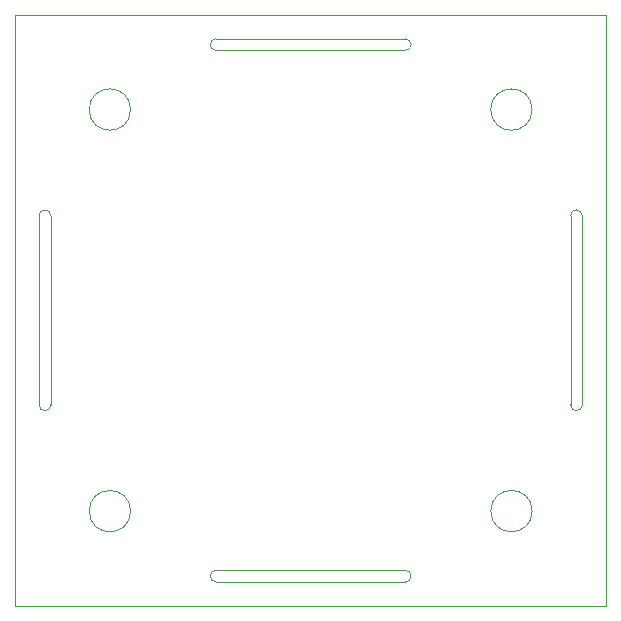
<source format=gm1>
G04 #@! TF.GenerationSoftware,KiCad,Pcbnew,7.0.2*
G04 #@! TF.CreationDate,2023-06-06T15:17:54-04:00*
G04 #@! TF.ProjectId,TopExternalFaceRev1,546f7045-7874-4657-926e-616c46616365,rev?*
G04 #@! TF.SameCoordinates,Original*
G04 #@! TF.FileFunction,Profile,NP*
%FSLAX46Y46*%
G04 Gerber Fmt 4.6, Leading zero omitted, Abs format (unit mm)*
G04 Created by KiCad (PCBNEW 7.0.2) date 2023-06-06 15:17:54*
%MOMM*%
%LPD*%
G01*
G04 APERTURE LIST*
G04 #@! TA.AperFunction,Profile*
%ADD10C,0.100000*%
G04 #@! TD*
G04 APERTURE END LIST*
D10*
X147000000Y-117000000D02*
X147000000Y-125000000D01*
X103000000Y-117000000D02*
G75*
G03*
X102000000Y-117000000I-500000J0D01*
G01*
X125000000Y-103000000D02*
X133000000Y-103000000D01*
X133000000Y-148000000D02*
G75*
G03*
X133000000Y-147000000I0J500000D01*
G01*
X125000000Y-147000000D02*
X117000000Y-147000000D01*
X117000000Y-103000000D02*
X125000000Y-103000000D01*
X143750000Y-142000000D02*
G75*
G03*
X143750000Y-142000000I-1750000J0D01*
G01*
X125000000Y-148000000D02*
X133000000Y-148000000D01*
X117000000Y-147000000D02*
G75*
G03*
X117000000Y-148000000I0J-500000D01*
G01*
X117000000Y-148000000D02*
X125000000Y-148000000D01*
X102000000Y-125000000D02*
X102000000Y-133000000D01*
X117000000Y-102000000D02*
G75*
G03*
X117000000Y-103000000I0J-500000D01*
G01*
X147000000Y-125000000D02*
X147000000Y-133000000D01*
X148000000Y-117000000D02*
G75*
G03*
X147000000Y-117000000I-500000J0D01*
G01*
X103000000Y-133000000D02*
X103000000Y-125000000D01*
X150000000Y-150000000D02*
X100000000Y-150000000D01*
X109750000Y-142000000D02*
G75*
G03*
X109750000Y-142000000I-1750000J0D01*
G01*
X148000000Y-125000000D02*
X148000000Y-117000000D01*
X150000000Y-100000000D02*
X150000000Y-150000000D01*
X100000000Y-150000000D02*
X100000000Y-100000000D01*
X147000000Y-133000000D02*
G75*
G03*
X148000000Y-133000000I500000J0D01*
G01*
X102000000Y-117000000D02*
X102000000Y-125000000D01*
X102000000Y-133000000D02*
G75*
G03*
X103000000Y-133000000I500000J0D01*
G01*
X133000000Y-103000000D02*
G75*
G03*
X133000000Y-102000000I0J500000D01*
G01*
X109750000Y-108000000D02*
G75*
G03*
X109750000Y-108000000I-1750000J0D01*
G01*
X103000000Y-125000000D02*
X103000000Y-117000000D01*
X143750000Y-108000000D02*
G75*
G03*
X143750000Y-108000000I-1750000J0D01*
G01*
X133000000Y-147000000D02*
X125000000Y-147000000D01*
X100000000Y-100000000D02*
X150000000Y-100000000D01*
X148000000Y-133000000D02*
X148000000Y-125000000D01*
X125000000Y-102000000D02*
X117000000Y-102000000D01*
X133000000Y-102000000D02*
X125000000Y-102000000D01*
M02*

</source>
